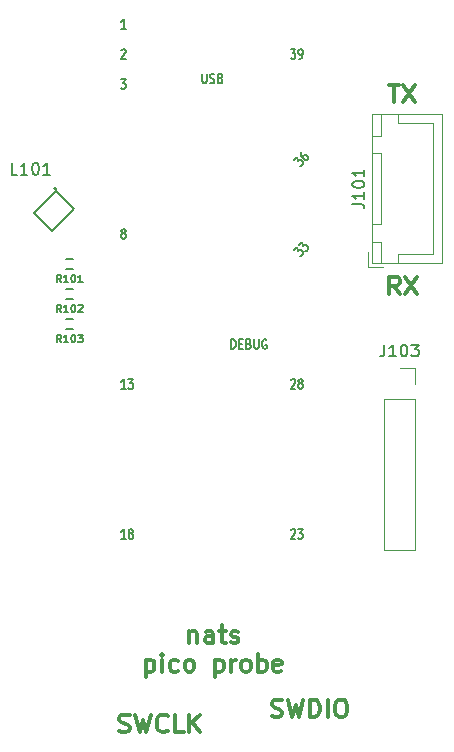
<source format=gto>
G04 #@! TF.GenerationSoftware,KiCad,Pcbnew,6.0.2+dfsg-1*
G04 #@! TF.CreationDate,2023-02-11T22:05:11+01:00*
G04 #@! TF.ProjectId,pico_probe_pcb,7069636f-5f70-4726-9f62-655f7063622e,rev?*
G04 #@! TF.SameCoordinates,Original*
G04 #@! TF.FileFunction,Legend,Top*
G04 #@! TF.FilePolarity,Positive*
%FSLAX46Y46*%
G04 Gerber Fmt 4.6, Leading zero omitted, Abs format (unit mm)*
G04 Created by KiCad (PCBNEW 6.0.2+dfsg-1) date 2023-02-11 22:05:11*
%MOMM*%
%LPD*%
G01*
G04 APERTURE LIST*
%ADD10C,0.300000*%
%ADD11C,0.150000*%
%ADD12C,0.120000*%
G04 APERTURE END LIST*
D10*
X146046285Y-111755071D02*
X146046285Y-112755071D01*
X146046285Y-111897928D02*
X146117714Y-111826500D01*
X146260571Y-111755071D01*
X146474857Y-111755071D01*
X146617714Y-111826500D01*
X146689142Y-111969357D01*
X146689142Y-112755071D01*
X148046285Y-112755071D02*
X148046285Y-111969357D01*
X147974857Y-111826500D01*
X147832000Y-111755071D01*
X147546285Y-111755071D01*
X147403428Y-111826500D01*
X148046285Y-112683642D02*
X147903428Y-112755071D01*
X147546285Y-112755071D01*
X147403428Y-112683642D01*
X147332000Y-112540785D01*
X147332000Y-112397928D01*
X147403428Y-112255071D01*
X147546285Y-112183642D01*
X147903428Y-112183642D01*
X148046285Y-112112214D01*
X148546285Y-111755071D02*
X149117714Y-111755071D01*
X148760571Y-111255071D02*
X148760571Y-112540785D01*
X148832000Y-112683642D01*
X148974857Y-112755071D01*
X149117714Y-112755071D01*
X149546285Y-112683642D02*
X149689142Y-112755071D01*
X149974857Y-112755071D01*
X150117714Y-112683642D01*
X150189142Y-112540785D01*
X150189142Y-112469357D01*
X150117714Y-112326500D01*
X149974857Y-112255071D01*
X149760571Y-112255071D01*
X149617714Y-112183642D01*
X149546285Y-112040785D01*
X149546285Y-111969357D01*
X149617714Y-111826500D01*
X149760571Y-111755071D01*
X149974857Y-111755071D01*
X150117714Y-111826500D01*
X142367714Y-114170071D02*
X142367714Y-115670071D01*
X142367714Y-114241500D02*
X142510571Y-114170071D01*
X142796285Y-114170071D01*
X142939142Y-114241500D01*
X143010571Y-114312928D01*
X143082000Y-114455785D01*
X143082000Y-114884357D01*
X143010571Y-115027214D01*
X142939142Y-115098642D01*
X142796285Y-115170071D01*
X142510571Y-115170071D01*
X142367714Y-115098642D01*
X143724857Y-115170071D02*
X143724857Y-114170071D01*
X143724857Y-113670071D02*
X143653428Y-113741500D01*
X143724857Y-113812928D01*
X143796285Y-113741500D01*
X143724857Y-113670071D01*
X143724857Y-113812928D01*
X145082000Y-115098642D02*
X144939142Y-115170071D01*
X144653428Y-115170071D01*
X144510571Y-115098642D01*
X144439142Y-115027214D01*
X144367714Y-114884357D01*
X144367714Y-114455785D01*
X144439142Y-114312928D01*
X144510571Y-114241500D01*
X144653428Y-114170071D01*
X144939142Y-114170071D01*
X145082000Y-114241500D01*
X145939142Y-115170071D02*
X145796285Y-115098642D01*
X145724857Y-115027214D01*
X145653428Y-114884357D01*
X145653428Y-114455785D01*
X145724857Y-114312928D01*
X145796285Y-114241500D01*
X145939142Y-114170071D01*
X146153428Y-114170071D01*
X146296285Y-114241500D01*
X146367714Y-114312928D01*
X146439142Y-114455785D01*
X146439142Y-114884357D01*
X146367714Y-115027214D01*
X146296285Y-115098642D01*
X146153428Y-115170071D01*
X145939142Y-115170071D01*
X148224857Y-114170071D02*
X148224857Y-115670071D01*
X148224857Y-114241500D02*
X148367714Y-114170071D01*
X148653428Y-114170071D01*
X148796285Y-114241500D01*
X148867714Y-114312928D01*
X148939142Y-114455785D01*
X148939142Y-114884357D01*
X148867714Y-115027214D01*
X148796285Y-115098642D01*
X148653428Y-115170071D01*
X148367714Y-115170071D01*
X148224857Y-115098642D01*
X149582000Y-115170071D02*
X149582000Y-114170071D01*
X149582000Y-114455785D02*
X149653428Y-114312928D01*
X149724857Y-114241500D01*
X149867714Y-114170071D01*
X150010571Y-114170071D01*
X150724857Y-115170071D02*
X150582000Y-115098642D01*
X150510571Y-115027214D01*
X150439142Y-114884357D01*
X150439142Y-114455785D01*
X150510571Y-114312928D01*
X150582000Y-114241500D01*
X150724857Y-114170071D01*
X150939142Y-114170071D01*
X151082000Y-114241500D01*
X151153428Y-114312928D01*
X151224857Y-114455785D01*
X151224857Y-114884357D01*
X151153428Y-115027214D01*
X151082000Y-115098642D01*
X150939142Y-115170071D01*
X150724857Y-115170071D01*
X151867714Y-115170071D02*
X151867714Y-113670071D01*
X151867714Y-114241500D02*
X152010571Y-114170071D01*
X152296285Y-114170071D01*
X152439142Y-114241500D01*
X152510571Y-114312928D01*
X152582000Y-114455785D01*
X152582000Y-114884357D01*
X152510571Y-115027214D01*
X152439142Y-115098642D01*
X152296285Y-115170071D01*
X152010571Y-115170071D01*
X151867714Y-115098642D01*
X153796285Y-115098642D02*
X153653428Y-115170071D01*
X153367714Y-115170071D01*
X153224857Y-115098642D01*
X153153428Y-114955785D01*
X153153428Y-114384357D01*
X153224857Y-114241500D01*
X153367714Y-114170071D01*
X153653428Y-114170071D01*
X153796285Y-114241500D01*
X153867714Y-114384357D01*
X153867714Y-114527214D01*
X153153428Y-114670071D01*
X163834000Y-83228571D02*
X163334000Y-82514285D01*
X162976857Y-83228571D02*
X162976857Y-81728571D01*
X163548285Y-81728571D01*
X163691142Y-81800000D01*
X163762571Y-81871428D01*
X163834000Y-82014285D01*
X163834000Y-82228571D01*
X163762571Y-82371428D01*
X163691142Y-82442857D01*
X163548285Y-82514285D01*
X162976857Y-82514285D01*
X164334000Y-81728571D02*
X165334000Y-83228571D01*
X165334000Y-81728571D02*
X164334000Y-83228571D01*
X162941142Y-65472571D02*
X163798285Y-65472571D01*
X163369714Y-66972571D02*
X163369714Y-65472571D01*
X164155428Y-65472571D02*
X165155428Y-66972571D01*
X165155428Y-65472571D02*
X164155428Y-66972571D01*
X140117142Y-120241142D02*
X140331428Y-120312571D01*
X140688571Y-120312571D01*
X140831428Y-120241142D01*
X140902857Y-120169714D01*
X140974285Y-120026857D01*
X140974285Y-119884000D01*
X140902857Y-119741142D01*
X140831428Y-119669714D01*
X140688571Y-119598285D01*
X140402857Y-119526857D01*
X140260000Y-119455428D01*
X140188571Y-119384000D01*
X140117142Y-119241142D01*
X140117142Y-119098285D01*
X140188571Y-118955428D01*
X140260000Y-118884000D01*
X140402857Y-118812571D01*
X140760000Y-118812571D01*
X140974285Y-118884000D01*
X141474285Y-118812571D02*
X141831428Y-120312571D01*
X142117142Y-119241142D01*
X142402857Y-120312571D01*
X142760000Y-118812571D01*
X144188571Y-120169714D02*
X144117142Y-120241142D01*
X143902857Y-120312571D01*
X143760000Y-120312571D01*
X143545714Y-120241142D01*
X143402857Y-120098285D01*
X143331428Y-119955428D01*
X143260000Y-119669714D01*
X143260000Y-119455428D01*
X143331428Y-119169714D01*
X143402857Y-119026857D01*
X143545714Y-118884000D01*
X143760000Y-118812571D01*
X143902857Y-118812571D01*
X144117142Y-118884000D01*
X144188571Y-118955428D01*
X145545714Y-120312571D02*
X144831428Y-120312571D01*
X144831428Y-118812571D01*
X146045714Y-120312571D02*
X146045714Y-118812571D01*
X146902857Y-120312571D02*
X146260000Y-119455428D01*
X146902857Y-118812571D02*
X146045714Y-119669714D01*
X153031428Y-118971142D02*
X153245714Y-119042571D01*
X153602857Y-119042571D01*
X153745714Y-118971142D01*
X153817142Y-118899714D01*
X153888571Y-118756857D01*
X153888571Y-118614000D01*
X153817142Y-118471142D01*
X153745714Y-118399714D01*
X153602857Y-118328285D01*
X153317142Y-118256857D01*
X153174285Y-118185428D01*
X153102857Y-118114000D01*
X153031428Y-117971142D01*
X153031428Y-117828285D01*
X153102857Y-117685428D01*
X153174285Y-117614000D01*
X153317142Y-117542571D01*
X153674285Y-117542571D01*
X153888571Y-117614000D01*
X154388571Y-117542571D02*
X154745714Y-119042571D01*
X155031428Y-117971142D01*
X155317142Y-119042571D01*
X155674285Y-117542571D01*
X156245714Y-119042571D02*
X156245714Y-117542571D01*
X156602857Y-117542571D01*
X156817142Y-117614000D01*
X156960000Y-117756857D01*
X157031428Y-117899714D01*
X157102857Y-118185428D01*
X157102857Y-118399714D01*
X157031428Y-118685428D01*
X156960000Y-118828285D01*
X156817142Y-118971142D01*
X156602857Y-119042571D01*
X156245714Y-119042571D01*
X157745714Y-119042571D02*
X157745714Y-117542571D01*
X158745714Y-117542571D02*
X159031428Y-117542571D01*
X159174285Y-117614000D01*
X159317142Y-117756857D01*
X159388571Y-118042571D01*
X159388571Y-118542571D01*
X159317142Y-118828285D01*
X159174285Y-118971142D01*
X159031428Y-119042571D01*
X158745714Y-119042571D01*
X158602857Y-118971142D01*
X158460000Y-118828285D01*
X158388571Y-118542571D01*
X158388571Y-118042571D01*
X158460000Y-117756857D01*
X158602857Y-117614000D01*
X158745714Y-117542571D01*
D11*
G04 #@! TO.C,A101*
X147122142Y-64555004D02*
X147122142Y-65202623D01*
X147153571Y-65278814D01*
X147185000Y-65316909D01*
X147247857Y-65355004D01*
X147373571Y-65355004D01*
X147436428Y-65316909D01*
X147467857Y-65278814D01*
X147499285Y-65202623D01*
X147499285Y-64555004D01*
X147782142Y-65316909D02*
X147876428Y-65355004D01*
X148033571Y-65355004D01*
X148096428Y-65316909D01*
X148127857Y-65278814D01*
X148159285Y-65202623D01*
X148159285Y-65126433D01*
X148127857Y-65050242D01*
X148096428Y-65012147D01*
X148033571Y-64974052D01*
X147907857Y-64935957D01*
X147845000Y-64897861D01*
X147813571Y-64859766D01*
X147782142Y-64783576D01*
X147782142Y-64707385D01*
X147813571Y-64631195D01*
X147845000Y-64593100D01*
X147907857Y-64555004D01*
X148065000Y-64555004D01*
X148159285Y-64593100D01*
X148662142Y-64935957D02*
X148756428Y-64974052D01*
X148787857Y-65012147D01*
X148819285Y-65088338D01*
X148819285Y-65202623D01*
X148787857Y-65278814D01*
X148756428Y-65316909D01*
X148693571Y-65355004D01*
X148442142Y-65355004D01*
X148442142Y-64555004D01*
X148662142Y-64555004D01*
X148725000Y-64593100D01*
X148756428Y-64631195D01*
X148787857Y-64707385D01*
X148787857Y-64783576D01*
X148756428Y-64859766D01*
X148725000Y-64897861D01*
X148662142Y-64935957D01*
X148442142Y-64935957D01*
X140284404Y-62541195D02*
X140314880Y-62503100D01*
X140375833Y-62465004D01*
X140528214Y-62465004D01*
X140589166Y-62503100D01*
X140619642Y-62541195D01*
X140650119Y-62617385D01*
X140650119Y-62693576D01*
X140619642Y-62807861D01*
X140253928Y-63265004D01*
X140650119Y-63265004D01*
X154650357Y-103181195D02*
X154680833Y-103143100D01*
X154741785Y-103105004D01*
X154894166Y-103105004D01*
X154955119Y-103143100D01*
X154985595Y-103181195D01*
X155016071Y-103257385D01*
X155016071Y-103333576D01*
X154985595Y-103447861D01*
X154619880Y-103905004D01*
X155016071Y-103905004D01*
X155229404Y-103105004D02*
X155625595Y-103105004D01*
X155412261Y-103409766D01*
X155503690Y-103409766D01*
X155564642Y-103447861D01*
X155595119Y-103485957D01*
X155625595Y-103562147D01*
X155625595Y-103752623D01*
X155595119Y-103828814D01*
X155564642Y-103866909D01*
X155503690Y-103905004D01*
X155320833Y-103905004D01*
X155259880Y-103866909D01*
X155229404Y-103828814D01*
X140406309Y-78047861D02*
X140345357Y-78009766D01*
X140314880Y-77971671D01*
X140284404Y-77895480D01*
X140284404Y-77857385D01*
X140314880Y-77781195D01*
X140345357Y-77743100D01*
X140406309Y-77705004D01*
X140528214Y-77705004D01*
X140589166Y-77743100D01*
X140619642Y-77781195D01*
X140650119Y-77857385D01*
X140650119Y-77895480D01*
X140619642Y-77971671D01*
X140589166Y-78009766D01*
X140528214Y-78047861D01*
X140406309Y-78047861D01*
X140345357Y-78085957D01*
X140314880Y-78124052D01*
X140284404Y-78200242D01*
X140284404Y-78352623D01*
X140314880Y-78428814D01*
X140345357Y-78466909D01*
X140406309Y-78505004D01*
X140528214Y-78505004D01*
X140589166Y-78466909D01*
X140619642Y-78428814D01*
X140650119Y-78352623D01*
X140650119Y-78200242D01*
X140619642Y-78124052D01*
X140589166Y-78085957D01*
X140528214Y-78047861D01*
X154898871Y-71849668D02*
X155179020Y-71569519D01*
X155243669Y-71935868D01*
X155308319Y-71871218D01*
X155378356Y-71855056D01*
X155426844Y-71860443D01*
X155502269Y-71892768D01*
X155636956Y-72027455D01*
X155669280Y-72102880D01*
X155674668Y-72151367D01*
X155658505Y-72221404D01*
X155529206Y-72350704D01*
X155459169Y-72366866D01*
X155410681Y-72361479D01*
X155566918Y-71181620D02*
X155480719Y-71267820D01*
X155464556Y-71337857D01*
X155469944Y-71386345D01*
X155507656Y-71510257D01*
X155593856Y-71639556D01*
X155809355Y-71855056D01*
X155884780Y-71887380D01*
X155933267Y-71892768D01*
X156003304Y-71876605D01*
X156089504Y-71790406D01*
X156105666Y-71720369D01*
X156100279Y-71671881D01*
X156067954Y-71596456D01*
X155933267Y-71461769D01*
X155857842Y-71429445D01*
X155809355Y-71424057D01*
X155739318Y-71440220D01*
X155653118Y-71526419D01*
X155636956Y-71596456D01*
X155642343Y-71644944D01*
X155674668Y-71720369D01*
X149602057Y-87825004D02*
X149602057Y-87025004D01*
X149759200Y-87025004D01*
X149853485Y-87063100D01*
X149916342Y-87139290D01*
X149947771Y-87215480D01*
X149979200Y-87367861D01*
X149979200Y-87482147D01*
X149947771Y-87634528D01*
X149916342Y-87710719D01*
X149853485Y-87786909D01*
X149759200Y-87825004D01*
X149602057Y-87825004D01*
X150262057Y-87405957D02*
X150482057Y-87405957D01*
X150576342Y-87825004D02*
X150262057Y-87825004D01*
X150262057Y-87025004D01*
X150576342Y-87025004D01*
X151079200Y-87405957D02*
X151173485Y-87444052D01*
X151204914Y-87482147D01*
X151236342Y-87558338D01*
X151236342Y-87672623D01*
X151204914Y-87748814D01*
X151173485Y-87786909D01*
X151110628Y-87825004D01*
X150859200Y-87825004D01*
X150859200Y-87025004D01*
X151079200Y-87025004D01*
X151142057Y-87063100D01*
X151173485Y-87101195D01*
X151204914Y-87177385D01*
X151204914Y-87253576D01*
X151173485Y-87329766D01*
X151142057Y-87367861D01*
X151079200Y-87405957D01*
X150859200Y-87405957D01*
X151519200Y-87025004D02*
X151519200Y-87672623D01*
X151550628Y-87748814D01*
X151582057Y-87786909D01*
X151644914Y-87825004D01*
X151770628Y-87825004D01*
X151833485Y-87786909D01*
X151864914Y-87748814D01*
X151896342Y-87672623D01*
X151896342Y-87025004D01*
X152556342Y-87063100D02*
X152493485Y-87025004D01*
X152399200Y-87025004D01*
X152304914Y-87063100D01*
X152242057Y-87139290D01*
X152210628Y-87215480D01*
X152179200Y-87367861D01*
X152179200Y-87482147D01*
X152210628Y-87634528D01*
X152242057Y-87710719D01*
X152304914Y-87786909D01*
X152399200Y-87825004D01*
X152462057Y-87825004D01*
X152556342Y-87786909D01*
X152587771Y-87748814D01*
X152587771Y-87482147D01*
X152462057Y-87482147D01*
X140650119Y-103905004D02*
X140284404Y-103905004D01*
X140467261Y-103905004D02*
X140467261Y-103105004D01*
X140406309Y-103219290D01*
X140345357Y-103295480D01*
X140284404Y-103333576D01*
X141015833Y-103447861D02*
X140954880Y-103409766D01*
X140924404Y-103371671D01*
X140893928Y-103295480D01*
X140893928Y-103257385D01*
X140924404Y-103181195D01*
X140954880Y-103143100D01*
X141015833Y-103105004D01*
X141137738Y-103105004D01*
X141198690Y-103143100D01*
X141229166Y-103181195D01*
X141259642Y-103257385D01*
X141259642Y-103295480D01*
X141229166Y-103371671D01*
X141198690Y-103409766D01*
X141137738Y-103447861D01*
X141015833Y-103447861D01*
X140954880Y-103485957D01*
X140924404Y-103524052D01*
X140893928Y-103600242D01*
X140893928Y-103752623D01*
X140924404Y-103828814D01*
X140954880Y-103866909D01*
X141015833Y-103905004D01*
X141137738Y-103905004D01*
X141198690Y-103866909D01*
X141229166Y-103828814D01*
X141259642Y-103752623D01*
X141259642Y-103600242D01*
X141229166Y-103524052D01*
X141198690Y-103485957D01*
X141137738Y-103447861D01*
X140253928Y-65005004D02*
X140650119Y-65005004D01*
X140436785Y-65309766D01*
X140528214Y-65309766D01*
X140589166Y-65347861D01*
X140619642Y-65385957D01*
X140650119Y-65462147D01*
X140650119Y-65652623D01*
X140619642Y-65728814D01*
X140589166Y-65766909D01*
X140528214Y-65805004D01*
X140345357Y-65805004D01*
X140284404Y-65766909D01*
X140253928Y-65728814D01*
X154650357Y-90481195D02*
X154680833Y-90443100D01*
X154741785Y-90405004D01*
X154894166Y-90405004D01*
X154955119Y-90443100D01*
X154985595Y-90481195D01*
X155016071Y-90557385D01*
X155016071Y-90633576D01*
X154985595Y-90747861D01*
X154619880Y-91205004D01*
X155016071Y-91205004D01*
X155381785Y-90747861D02*
X155320833Y-90709766D01*
X155290357Y-90671671D01*
X155259880Y-90595480D01*
X155259880Y-90557385D01*
X155290357Y-90481195D01*
X155320833Y-90443100D01*
X155381785Y-90405004D01*
X155503690Y-90405004D01*
X155564642Y-90443100D01*
X155595119Y-90481195D01*
X155625595Y-90557385D01*
X155625595Y-90595480D01*
X155595119Y-90671671D01*
X155564642Y-90709766D01*
X155503690Y-90747861D01*
X155381785Y-90747861D01*
X155320833Y-90785957D01*
X155290357Y-90824052D01*
X155259880Y-90900242D01*
X155259880Y-91052623D01*
X155290357Y-91128814D01*
X155320833Y-91166909D01*
X155381785Y-91205004D01*
X155503690Y-91205004D01*
X155564642Y-91166909D01*
X155595119Y-91128814D01*
X155625595Y-91052623D01*
X155625595Y-90900242D01*
X155595119Y-90824052D01*
X155564642Y-90785957D01*
X155503690Y-90747861D01*
X154898871Y-79469668D02*
X155179020Y-79189519D01*
X155243669Y-79555868D01*
X155308319Y-79491218D01*
X155378356Y-79475056D01*
X155426844Y-79480443D01*
X155502269Y-79512768D01*
X155636956Y-79647455D01*
X155669280Y-79722880D01*
X155674668Y-79771367D01*
X155658505Y-79841404D01*
X155529206Y-79970704D01*
X155459169Y-79986866D01*
X155410681Y-79981479D01*
X155329869Y-79038670D02*
X155610018Y-78758521D01*
X155674668Y-79124869D01*
X155739318Y-79060220D01*
X155809355Y-79044057D01*
X155857842Y-79049445D01*
X155933267Y-79081769D01*
X156067954Y-79216456D01*
X156100279Y-79291881D01*
X156105666Y-79340369D01*
X156089504Y-79410406D01*
X155960204Y-79539705D01*
X155890167Y-79555868D01*
X155841680Y-79550480D01*
X140650119Y-60725004D02*
X140284404Y-60725004D01*
X140467261Y-60725004D02*
X140467261Y-59925004D01*
X140406309Y-60039290D01*
X140345357Y-60115480D01*
X140284404Y-60153576D01*
X140650119Y-91205004D02*
X140284404Y-91205004D01*
X140467261Y-91205004D02*
X140467261Y-90405004D01*
X140406309Y-90519290D01*
X140345357Y-90595480D01*
X140284404Y-90633576D01*
X140863452Y-90405004D02*
X141259642Y-90405004D01*
X141046309Y-90709766D01*
X141137738Y-90709766D01*
X141198690Y-90747861D01*
X141229166Y-90785957D01*
X141259642Y-90862147D01*
X141259642Y-91052623D01*
X141229166Y-91128814D01*
X141198690Y-91166909D01*
X141137738Y-91205004D01*
X140954880Y-91205004D01*
X140893928Y-91166909D01*
X140863452Y-91128814D01*
X154619880Y-62465004D02*
X155016071Y-62465004D01*
X154802738Y-62769766D01*
X154894166Y-62769766D01*
X154955119Y-62807861D01*
X154985595Y-62845957D01*
X155016071Y-62922147D01*
X155016071Y-63112623D01*
X154985595Y-63188814D01*
X154955119Y-63226909D01*
X154894166Y-63265004D01*
X154711309Y-63265004D01*
X154650357Y-63226909D01*
X154619880Y-63188814D01*
X155320833Y-63265004D02*
X155442738Y-63265004D01*
X155503690Y-63226909D01*
X155534166Y-63188814D01*
X155595119Y-63074528D01*
X155625595Y-62922147D01*
X155625595Y-62617385D01*
X155595119Y-62541195D01*
X155564642Y-62503100D01*
X155503690Y-62465004D01*
X155381785Y-62465004D01*
X155320833Y-62503100D01*
X155290357Y-62541195D01*
X155259880Y-62617385D01*
X155259880Y-62807861D01*
X155290357Y-62884052D01*
X155320833Y-62922147D01*
X155381785Y-62960242D01*
X155503690Y-62960242D01*
X155564642Y-62922147D01*
X155595119Y-62884052D01*
X155625595Y-62807861D01*
G04 #@! TO.C,R103*
X135179404Y-87282261D02*
X134967738Y-86979880D01*
X134816547Y-87282261D02*
X134816547Y-86647261D01*
X135058452Y-86647261D01*
X135118928Y-86677500D01*
X135149166Y-86707738D01*
X135179404Y-86768214D01*
X135179404Y-86858928D01*
X135149166Y-86919404D01*
X135118928Y-86949642D01*
X135058452Y-86979880D01*
X134816547Y-86979880D01*
X135784166Y-87282261D02*
X135421309Y-87282261D01*
X135602738Y-87282261D02*
X135602738Y-86647261D01*
X135542261Y-86737976D01*
X135481785Y-86798452D01*
X135421309Y-86828690D01*
X136177261Y-86647261D02*
X136237738Y-86647261D01*
X136298214Y-86677500D01*
X136328452Y-86707738D01*
X136358690Y-86768214D01*
X136388928Y-86889166D01*
X136388928Y-87040357D01*
X136358690Y-87161309D01*
X136328452Y-87221785D01*
X136298214Y-87252023D01*
X136237738Y-87282261D01*
X136177261Y-87282261D01*
X136116785Y-87252023D01*
X136086547Y-87221785D01*
X136056309Y-87161309D01*
X136026071Y-87040357D01*
X136026071Y-86889166D01*
X136056309Y-86768214D01*
X136086547Y-86707738D01*
X136116785Y-86677500D01*
X136177261Y-86647261D01*
X136600595Y-86647261D02*
X136993690Y-86647261D01*
X136782023Y-86889166D01*
X136872738Y-86889166D01*
X136933214Y-86919404D01*
X136963452Y-86949642D01*
X136993690Y-87010119D01*
X136993690Y-87161309D01*
X136963452Y-87221785D01*
X136933214Y-87252023D01*
X136872738Y-87282261D01*
X136691309Y-87282261D01*
X136630833Y-87252023D01*
X136600595Y-87221785D01*
G04 #@! TO.C,R102*
X135179404Y-84742261D02*
X134967738Y-84439880D01*
X134816547Y-84742261D02*
X134816547Y-84107261D01*
X135058452Y-84107261D01*
X135118928Y-84137500D01*
X135149166Y-84167738D01*
X135179404Y-84228214D01*
X135179404Y-84318928D01*
X135149166Y-84379404D01*
X135118928Y-84409642D01*
X135058452Y-84439880D01*
X134816547Y-84439880D01*
X135784166Y-84742261D02*
X135421309Y-84742261D01*
X135602738Y-84742261D02*
X135602738Y-84107261D01*
X135542261Y-84197976D01*
X135481785Y-84258452D01*
X135421309Y-84288690D01*
X136177261Y-84107261D02*
X136237738Y-84107261D01*
X136298214Y-84137500D01*
X136328452Y-84167738D01*
X136358690Y-84228214D01*
X136388928Y-84349166D01*
X136388928Y-84500357D01*
X136358690Y-84621309D01*
X136328452Y-84681785D01*
X136298214Y-84712023D01*
X136237738Y-84742261D01*
X136177261Y-84742261D01*
X136116785Y-84712023D01*
X136086547Y-84681785D01*
X136056309Y-84621309D01*
X136026071Y-84500357D01*
X136026071Y-84349166D01*
X136056309Y-84228214D01*
X136086547Y-84167738D01*
X136116785Y-84137500D01*
X136177261Y-84107261D01*
X136630833Y-84167738D02*
X136661071Y-84137500D01*
X136721547Y-84107261D01*
X136872738Y-84107261D01*
X136933214Y-84137500D01*
X136963452Y-84167738D01*
X136993690Y-84228214D01*
X136993690Y-84288690D01*
X136963452Y-84379404D01*
X136600595Y-84742261D01*
X136993690Y-84742261D01*
G04 #@! TO.C,R101*
X135179404Y-82202261D02*
X134967738Y-81899880D01*
X134816547Y-82202261D02*
X134816547Y-81567261D01*
X135058452Y-81567261D01*
X135118928Y-81597500D01*
X135149166Y-81627738D01*
X135179404Y-81688214D01*
X135179404Y-81778928D01*
X135149166Y-81839404D01*
X135118928Y-81869642D01*
X135058452Y-81899880D01*
X134816547Y-81899880D01*
X135784166Y-82202261D02*
X135421309Y-82202261D01*
X135602738Y-82202261D02*
X135602738Y-81567261D01*
X135542261Y-81657976D01*
X135481785Y-81718452D01*
X135421309Y-81748690D01*
X136177261Y-81567261D02*
X136237738Y-81567261D01*
X136298214Y-81597500D01*
X136328452Y-81627738D01*
X136358690Y-81688214D01*
X136388928Y-81809166D01*
X136388928Y-81960357D01*
X136358690Y-82081309D01*
X136328452Y-82141785D01*
X136298214Y-82172023D01*
X136237738Y-82202261D01*
X136177261Y-82202261D01*
X136116785Y-82172023D01*
X136086547Y-82141785D01*
X136056309Y-82081309D01*
X136026071Y-81960357D01*
X136026071Y-81809166D01*
X136056309Y-81688214D01*
X136086547Y-81627738D01*
X136116785Y-81597500D01*
X136177261Y-81567261D01*
X136993690Y-82202261D02*
X136630833Y-82202261D01*
X136812261Y-82202261D02*
X136812261Y-81567261D01*
X136751785Y-81657976D01*
X136691309Y-81718452D01*
X136630833Y-81748690D01*
G04 #@! TO.C,L101*
X131468952Y-73096380D02*
X130992761Y-73096380D01*
X130992761Y-72096380D01*
X132326095Y-73096380D02*
X131754666Y-73096380D01*
X132040380Y-73096380D02*
X132040380Y-72096380D01*
X131945142Y-72239238D01*
X131849904Y-72334476D01*
X131754666Y-72382095D01*
X132945142Y-72096380D02*
X133040380Y-72096380D01*
X133135619Y-72144000D01*
X133183238Y-72191619D01*
X133230857Y-72286857D01*
X133278476Y-72477333D01*
X133278476Y-72715428D01*
X133230857Y-72905904D01*
X133183238Y-73001142D01*
X133135619Y-73048761D01*
X133040380Y-73096380D01*
X132945142Y-73096380D01*
X132849904Y-73048761D01*
X132802285Y-73001142D01*
X132754666Y-72905904D01*
X132707047Y-72715428D01*
X132707047Y-72477333D01*
X132754666Y-72286857D01*
X132802285Y-72191619D01*
X132849904Y-72144000D01*
X132945142Y-72096380D01*
X134230857Y-73096380D02*
X133659428Y-73096380D01*
X133945142Y-73096380D02*
X133945142Y-72096380D01*
X133849904Y-72239238D01*
X133754666Y-72334476D01*
X133659428Y-72382095D01*
G04 #@! TO.C,J103*
X162544285Y-87487380D02*
X162544285Y-88201666D01*
X162496666Y-88344523D01*
X162401428Y-88439761D01*
X162258571Y-88487380D01*
X162163333Y-88487380D01*
X163544285Y-88487380D02*
X162972857Y-88487380D01*
X163258571Y-88487380D02*
X163258571Y-87487380D01*
X163163333Y-87630238D01*
X163068095Y-87725476D01*
X162972857Y-87773095D01*
X164163333Y-87487380D02*
X164258571Y-87487380D01*
X164353809Y-87535000D01*
X164401428Y-87582619D01*
X164449047Y-87677857D01*
X164496666Y-87868333D01*
X164496666Y-88106428D01*
X164449047Y-88296904D01*
X164401428Y-88392142D01*
X164353809Y-88439761D01*
X164258571Y-88487380D01*
X164163333Y-88487380D01*
X164068095Y-88439761D01*
X164020476Y-88392142D01*
X163972857Y-88296904D01*
X163925238Y-88106428D01*
X163925238Y-87868333D01*
X163972857Y-87677857D01*
X164020476Y-87582619D01*
X164068095Y-87535000D01*
X164163333Y-87487380D01*
X164830000Y-87487380D02*
X165449047Y-87487380D01*
X165115714Y-87868333D01*
X165258571Y-87868333D01*
X165353809Y-87915952D01*
X165401428Y-87963571D01*
X165449047Y-88058809D01*
X165449047Y-88296904D01*
X165401428Y-88392142D01*
X165353809Y-88439761D01*
X165258571Y-88487380D01*
X164972857Y-88487380D01*
X164877619Y-88439761D01*
X164830000Y-88392142D01*
G04 #@! TO.C,J101*
X159842380Y-75580714D02*
X160556666Y-75580714D01*
X160699523Y-75628333D01*
X160794761Y-75723571D01*
X160842380Y-75866428D01*
X160842380Y-75961666D01*
X160842380Y-74580714D02*
X160842380Y-75152142D01*
X160842380Y-74866428D02*
X159842380Y-74866428D01*
X159985238Y-74961666D01*
X160080476Y-75056904D01*
X160128095Y-75152142D01*
X159842380Y-73961666D02*
X159842380Y-73866428D01*
X159890000Y-73771190D01*
X159937619Y-73723571D01*
X160032857Y-73675952D01*
X160223333Y-73628333D01*
X160461428Y-73628333D01*
X160651904Y-73675952D01*
X160747142Y-73723571D01*
X160794761Y-73771190D01*
X160842380Y-73866428D01*
X160842380Y-73961666D01*
X160794761Y-74056904D01*
X160747142Y-74104523D01*
X160651904Y-74152142D01*
X160461428Y-74199761D01*
X160223333Y-74199761D01*
X160032857Y-74152142D01*
X159937619Y-74104523D01*
X159890000Y-74056904D01*
X159842380Y-73961666D01*
X160842380Y-72675952D02*
X160842380Y-73247380D01*
X160842380Y-72961666D02*
X159842380Y-72961666D01*
X159985238Y-73056904D01*
X160080476Y-73152142D01*
X160128095Y-73247380D01*
G04 #@! TO.C,R103*
X135590000Y-85325000D02*
X136090000Y-85325000D01*
X135590000Y-86125000D02*
X136090000Y-86125000D01*
X136090000Y-85325000D02*
X136190000Y-85325000D01*
X136090000Y-86125000D02*
X136190000Y-86125000D01*
G04 #@! TO.C,R102*
X135590000Y-82785000D02*
X136090000Y-82785000D01*
X135590000Y-83585000D02*
X136090000Y-83585000D01*
X136090000Y-82785000D02*
X136190000Y-82785000D01*
X136090000Y-83585000D02*
X136190000Y-83585000D01*
G04 #@! TO.C,R101*
X135590000Y-80245000D02*
X136090000Y-80245000D01*
X135590000Y-81045000D02*
X136090000Y-81045000D01*
X136090000Y-80245000D02*
X136190000Y-80245000D01*
X136090000Y-81045000D02*
X136190000Y-81045000D01*
G04 #@! TO.C,L101*
X134790711Y-74290812D02*
G75*
G03*
X134790711Y-74290812I-100000J0D01*
G01*
X134407868Y-77826346D02*
X132922944Y-76341421D01*
X132922944Y-76341421D02*
X134761421Y-74502944D01*
X134761421Y-74502944D02*
X136246346Y-75987868D01*
X136246346Y-75987868D02*
X134407868Y-77826346D01*
D12*
G04 #@! TO.C,J103*
X162500000Y-104835000D02*
X165160000Y-104835000D01*
X162500000Y-92075000D02*
X162500000Y-104835000D01*
X165160000Y-89475000D02*
X165160000Y-90805000D01*
X165160000Y-92075000D02*
X165160000Y-104835000D01*
X162500000Y-92075000D02*
X165160000Y-92075000D01*
X163830000Y-89475000D02*
X165160000Y-89475000D01*
G04 #@! TO.C,J101*
X161480000Y-67985000D02*
X161480000Y-80605000D01*
X163740000Y-67995000D02*
X163740000Y-68745000D01*
X166690000Y-68745000D02*
X166690000Y-74295000D01*
X163740000Y-80595000D02*
X163740000Y-79845000D01*
X167450000Y-80605000D02*
X167450000Y-67985000D01*
X161480000Y-80605000D02*
X167450000Y-80605000D01*
X167450000Y-67985000D02*
X161480000Y-67985000D01*
X162240000Y-69795000D02*
X162240000Y-67995000D01*
X162240000Y-71295000D02*
X161490000Y-71295000D01*
X161190000Y-79645000D02*
X161190000Y-80895000D01*
X163740000Y-68745000D02*
X166690000Y-68745000D01*
X162240000Y-78795000D02*
X161490000Y-78795000D01*
X161190000Y-80895000D02*
X162440000Y-80895000D01*
X161490000Y-80595000D02*
X162240000Y-80595000D01*
X161490000Y-67995000D02*
X161490000Y-69795000D01*
X162240000Y-80595000D02*
X162240000Y-78795000D01*
X161490000Y-69795000D02*
X162240000Y-69795000D01*
X163740000Y-79845000D02*
X166690000Y-79845000D01*
X161490000Y-71295000D02*
X161490000Y-77295000D01*
X161490000Y-78795000D02*
X161490000Y-80595000D01*
X162240000Y-67995000D02*
X161490000Y-67995000D01*
X166690000Y-79845000D02*
X166690000Y-74295000D01*
X162240000Y-77295000D02*
X162240000Y-71295000D01*
X161490000Y-77295000D02*
X162240000Y-77295000D01*
G04 #@! TD*
M02*

</source>
